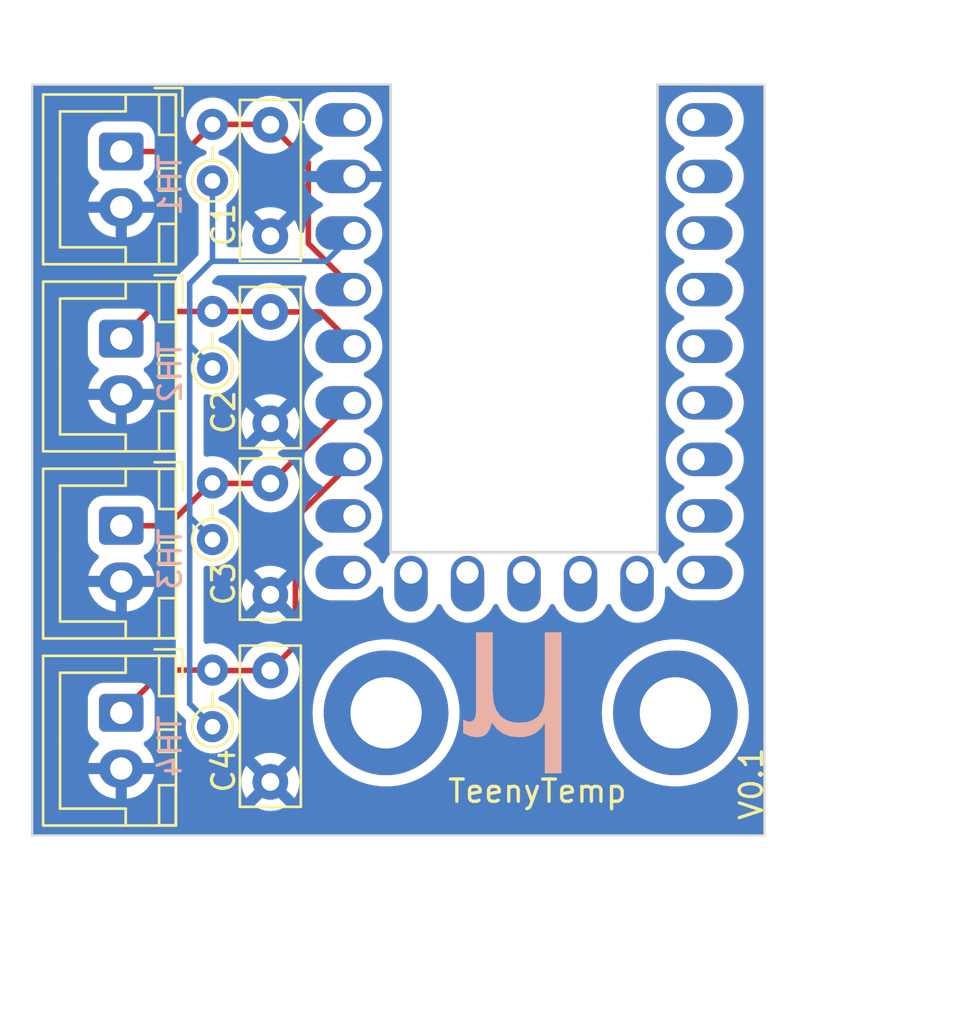
<source format=kicad_pcb>
(kicad_pcb (version 20240108) (generator "pcbnew") (generator_version "8.0")
  (layers (0 "F.Cu" signal) (31 "B.Cu" signal) (34 "B.Paste" user) (35 "F.Paste" user) (36 "B.SilkS" user "B.Silkscreen") (37 "F.SilkS" user "F.Silkscreen") (38 "B.Mask" user) (39 "F.Mask" user) (44 "Edge.Cuts" user))
  (net 0 "")
  (net 1 "/Thermistor0")
  (net 2 "GND1")
  (net 3 "/Thermistor2")
  (net 4 "/Thermistor1")
  (net 5 "/Thermistor3")
  (net 6 "/3.3v")
  (net 11 "Net-(J1-Pin_8)")
  (net 12 "Net-(J1-Pin_10)")
  (net 13 "Net-(J1-Pin_12)")
  (net 19 "Net-(J1-Pin_4)")
  (net 20 "Net-(J1-Pin_6)")
  (net 21 "Net-(J1-Pin_2)")
  (net 22 "Net-(J1-Pin_16)")
  (net 23 "Net-(J1-Pin_14)")
  (footprint "Capacitor_THT:C_Disc_D7.0mm_W2.5mm_P5.00mm" (layer "F.Cu") (at 32.7 44.8 -90)
    (property "Reference" "C4" (at 4.5 2.1 90) (layer "F.SilkS"))
    (property "Value" "0.1uF")
    (fp_line (start -1.12 1.37) (end 6.12 1.37) (stroke (width 0.12)) (layer "F.SilkS"))
    (fp_line (start -1.12 -1.37) (end -1.12 1.37) (stroke (width 0.12)) (layer "F.SilkS"))
    (fp_line (start -1.12 -1.37) (end 6.12 -1.37) (stroke (width 0.12)) (layer "F.SilkS"))
    (fp_line (start 6.12 -1.37) (end 6.12 1.37) (stroke (width 0.12)) (layer "F.SilkS"))
    (pad "1" thru_hole circle (at 0 0 270) (size 1.6 1.6) (drill 0.8) (layers "*.Cu" "*.Mask") (net 5 "/Thermistor3"))
    (pad "2" thru_hole circle (at 5 0 270) (size 1.6 1.6) (drill 0.8) (layers "*.Cu" "*.Mask") (net 2 "GND1"))
  )
  (footprint "mcu:rp2040-zero-tht" (layer "F.Cu") (at 44.1 30.24)
    (property "Reference" "U1" (hide yes))
    (property "Value" "rp2040-zero" (hide yes))
    (fp_line (start -6 -11.75) (end -6 9.25) (stroke (width 0.12)) (layer "Edge.Cuts"))
    (fp_line (start -6 9.25) (end 6 9.25) (stroke (width 0.12)) (layer "Edge.Cuts"))
    (fp_line (start 6 9.25) (end 6 -11.75) (stroke (width 0.12)) (layer "Edge.Cuts"))
    (pad "1" thru_hole oval (at 7.62 -10.16 180) (size 2.5 1.5) (drill 1 (offset -0.5 0)) (layers "*.Cu" "*.Mask"))
    (pad "2" thru_hole oval (at 7.62 -7.62 180) (size 2.5 1.5) (drill 1 (offset -0.5 0)) (layers "*.Cu" "*.Mask"))
    (pad "3" thru_hole oval (at 7.62 -5.08 180) (size 2.5 1.5) (drill 1 (offset -0.5 0)) (layers "*.Cu" "*.Mask"))
    (pad "4" thru_hole oval (at 7.62 -2.54 180) (size 2.5 1.5) (drill 1 (offset -0.5 0)) (layers "*.Cu" "*.Mask"))
    (pad "5" thru_hole oval (at 7.62 0 180) (size 2.5 1.5) (drill 1 (offset -0.5 0)) (layers "*.Cu" "*.Mask"))
    (pad "6" thru_hole oval (at 7.62 2.54 180) (size 2.5 1.5) (drill 1 (offset -0.5 0)) (layers "*.Cu" "*.Mask") (net 22 "Net-(J1-Pin_16)"))
    (pad "7" thru_hole oval (at 7.62 5.08 180) (size 2.5 1.5) (drill 1 (offset -0.5 0)) (layers "*.Cu" "*.Mask") (net 23 "Net-(J1-Pin_14)"))
    (pad "8" thru_hole oval (at 7.62 7.62 180) (size 2.5 1.5) (drill 1 (offset -0.5 0)) (layers "*.Cu" "*.Mask") (net 13 "Net-(J1-Pin_12)"))
    (pad "9" thru_hole oval (at 7.62 10.16 180) (size 2.5 1.5) (drill 1 (offset -0.5 0)) (layers "*.Cu" "*.Mask") (net 12 "Net-(J1-Pin_10)"))
    (pad "10" thru_hole oval (at 5.08 10.16 90) (size 2.5 1.5) (drill 1 (offset -0.5 0)) (layers "*.Cu" "*.Mask") (net 11 "Net-(J1-Pin_8)"))
    (pad "11" thru_hole oval (at 2.54 10.16 90) (size 2.5 1.5) (drill 1 (offset -0.5 0)) (layers "*.Cu" "*.Mask") (net 20 "Net-(J1-Pin_6)"))
    (pad "12" thru_hole oval (at 0 10.16 90) (size 2.5 1.5) (drill 1 (offset -0.5 0)) (layers "*.Cu" "*.Mask") (net 19 "Net-(J1-Pin_4)"))
    (pad "13" thru_hole oval (at -2.54 10.16 90) (size 2.5 1.5) (drill 1 (offset -0.5 0)) (layers "*.Cu" "*.Mask") (net 21 "Net-(J1-Pin_2)"))
    (pad "14" thru_hole oval (at -5.08 10.16 90) (size 2.5 1.5) (drill 1 (offset -0.5 0)) (layers "*.Cu" "*.Mask"))
    (pad "15" thru_hole oval (at -7.62 10.16) (size 2.5 1.5) (drill 1 (offset -0.5 0)) (layers "*.Cu" "*.Mask"))
    (pad "16" thru_hole oval (at -7.62 7.62) (size 2.5 1.5) (drill 1 (offset -0.5 0)) (layers "*.Cu" "*.Mask"))
    (pad "17" thru_hole oval (at -7.62 5.08) (size 2.5 1.5) (drill 1 (offset -0.5 0)) (layers "*.Cu" "*.Mask") (net 5 "/Thermistor3"))
    (pad "18" thru_hole oval (at -7.62 2.54) (size 2.5 1.5) (drill 1 (offset -0.5 0)) (layers "*.Cu" "*.Mask") (net 3 "/Thermistor2"))
    (pad "19" thru_hole oval (at -7.62 0) (size 2.5 1.5) (drill 1 (offset -0.5 0)) (layers "*.Cu" "*.Mask") (net 4 "/Thermistor1"))
    (pad "20" thru_hole oval (at -7.62 -2.54) (size 2.5 1.5) (drill 1 (offset -0.5 0)) (layers "*.Cu" "*.Mask") (net 1 "/Thermistor0"))
    (pad "21" thru_hole oval (at -7.62 -5.08) (size 2.5 1.5) (drill 1 (offset -0.5 0)) (layers "*.Cu" "*.Mask") (net 6 "/3.3v"))
    (pad "22" thru_hole oval (at -7.62 -7.62) (size 2.5 1.5) (drill 1 (offset -0.5 0)) (layers "*.Cu" "*.Mask") (net 2 "GND1"))
    (pad "23" thru_hole oval (at -7.62 -10.16) (size 2.5 1.5) (drill 1 (offset -0.5 0)) (layers "*.Cu" "*.Mask"))
  )
  (footprint "Resistor_THT:R_Axial_DIN0204_L3.6mm_D1.6mm_P2.54mm_Vertical" (layer "F.Cu") (at 30.1 22.82 90)
    (property "Reference" "T1R1" (hide yes))
    (property "Value" "4.7k")
    (fp_line (start 0.92 0) (end 1.54 0) (stroke (width 0.12)) (layer "F.SilkS"))
    (fp_circle (center 0 0) (end 0.92 0) (stroke (width 0.12)) (fill none) (layer "F.SilkS"))
    (pad "1" thru_hole circle (at 0 0 90) (size 1.4 1.4) (drill 0.7) (layers "*.Cu" "*.Mask") (net 6 "/3.3v"))
    (pad "2" thru_hole oval (at 2.54 0 90) (size 1.4 1.4) (drill 0.7) (layers "*.Cu" "*.Mask") (net 1 "/Thermistor0"))
  )
  (footprint "Connector_JST:JST_XH_B2B-XH-A_1x02_P2.50mm_Vertical" (layer "F.Cu") (at 26 38.3 -90)
    (property "Reference" "TH3" (at 1.5 -2.2 90) (layer "B.SilkS") (effects (justify mirror)))
    (property "Value" "Thermistor_NTC_100k")
    (fp_line (start -2.56 3.51) (end 5.06 3.51) (stroke (width 0.12)) (layer "F.SilkS"))
    (fp_line (start 5.06 3.51) (end 5.06 -2.46) (stroke (width 0.12)) (layer "F.SilkS"))
    (fp_line (start -1.8 2.75) (end 1.25 2.75) (stroke (width 0.12)) (layer "F.SilkS"))
    (fp_line (start 4.3 2.75) (end 1.25 2.75) (stroke (width 0.12)) (layer "F.SilkS"))
    (fp_line (start -2.55 -0.2) (end -1.8 -0.2) (stroke (width 0.12)) (layer "F.SilkS"))
    (fp_line (start -1.8 -0.2) (end -1.8 2.75) (stroke (width 0.12)) (layer "F.SilkS"))
    (fp_line (start 4.3 -0.2) (end 4.3 2.75) (stroke (width 0.12)) (layer "F.SilkS"))
    (fp_line (start 5.05 -0.2) (end 4.3 -0.2) (stroke (width 0.12)) (layer "F.SilkS"))
    (fp_line (start -2.55 -1.7) (end -0.75 -1.7) (stroke (width 0.12)) (layer "F.SilkS"))
    (fp_line (start -0.75 -1.7) (end -0.75 -2.45) (stroke (width 0.12)) (layer "F.SilkS"))
    (fp_line (start 0.75 -1.7) (end 1.75 -1.7) (stroke (width 0.12)) (layer "F.SilkS"))
    (fp_line (start 1.75 -1.7) (end 1.75 -2.45) (stroke (width 0.12)) (layer "F.SilkS"))
    (fp_line (start 3.25 -1.7) (end 5.05 -1.7) (stroke (width 0.12)) (layer "F.SilkS"))
    (fp_line (start 5.05 -1.7) (end 5.05 -2.45) (stroke (width 0.12)) (layer "F.SilkS"))
    (fp_line (start -2.55 -2.45) (end -2.55 -1.7) (stroke (width 0.12)) (layer "F.SilkS"))
    (fp_line (start -0.75 -2.45) (end -2.55 -2.45) (stroke (width 0.12)) (layer "F.SilkS"))
    (fp_line (start 0.75 -2.45) (end 0.75 -1.7) (stroke (width 0.12)) (layer "F.SilkS"))
    (fp_line (start 1.75 -2.45) (end 0.75 -2.45) (stroke (width 0.12)) (layer "F.SilkS"))
    (fp_line (start 3.25 -2.45) (end 3.25 -1.7) (stroke (width 0.12)) (layer "F.SilkS"))
    (fp_line (start 5.05 -2.45) (end 3.25 -2.45) (stroke (width 0.12)) (layer "F.SilkS"))
    (fp_line (start -2.56 -2.46) (end -2.56 3.51) (stroke (width 0.12)) (layer "F.SilkS"))
    (fp_line (start 5.06 -2.46) (end -2.56 -2.46) (stroke (width 0.12)) (layer "F.SilkS"))
    (fp_line (start -2.85 -2.75) (end -2.85 -1.5) (stroke (width 0.12)) (layer "F.SilkS"))
    (fp_line (start -1.6 -2.75) (end -2.85 -2.75) (stroke (width 0.12)) (layer "F.SilkS"))
    (pad "1" thru_hole roundrect (at 0 0 270) (size 1.7 2) (drill 1) (layers "*.Cu" "*.Mask") (roundrect_rratio 0.1470588235) (net 3 "/Thermistor2"))
    (pad "2" thru_hole oval (at 2.5 0 270) (size 1.7 2) (drill 1) (layers "*.Cu" "*.Mask") (net 2 "GND1"))
  )
  (footprint "Resistor_THT:R_Axial_DIN0204_L3.6mm_D1.6mm_P2.54mm_Vertical" (layer "F.Cu") (at 30.1 31.22 90)
    (property "Reference" "T1R3" (hide yes))
    (property "Value" "4.7k")
    (fp_line (start 0.92 0) (end 1.54 0) (stroke (width 0.12)) (layer "F.SilkS"))
    (fp_circle (center 0 0) (end 0.92 0) (stroke (width 0.12)) (fill none) (layer "F.SilkS"))
    (pad "1" thru_hole circle (at 0 0 90) (size 1.4 1.4) (drill 0.7) (layers "*.Cu" "*.Mask") (net 6 "/3.3v"))
    (pad "2" thru_hole oval (at 2.54 0 90) (size 1.4 1.4) (drill 0.7) (layers "*.Cu" "*.Mask") (net 4 "/Thermistor1"))
  )
  (footprint "Capacitor_THT:C_Disc_D7.0mm_W2.5mm_P5.00mm" (layer "F.Cu") (at 32.7 20.3 -90)
    (property "Reference" "C1" (at 4.5 2.1 90) (layer "F.SilkS"))
    (property "Value" "0.1uF")
    (fp_line (start -1.12 1.37) (end 6.12 1.37) (stroke (width 0.12)) (layer "F.SilkS"))
    (fp_line (start -1.12 -1.37) (end -1.12 1.37) (stroke (width 0.12)) (layer "F.SilkS"))
    (fp_line (start -1.12 -1.37) (end 6.12 -1.37) (stroke (width 0.12)) (layer "F.SilkS"))
    (fp_line (start 6.12 -1.37) (end 6.12 1.37) (stroke (width 0.12)) (layer "F.SilkS"))
    (pad "1" thru_hole circle (at 0 0 270) (size 1.6 1.6) (drill 0.8) (layers "*.Cu" "*.Mask") (net 1 "/Thermistor0"))
    (pad "2" thru_hole circle (at 5 0 270) (size 1.6 1.6) (drill 0.8) (layers "*.Cu" "*.Mask") (net 2 "GND1"))
  )
  (footprint "Capacitor_THT:C_Disc_D7.0mm_W2.5mm_P5.00mm" (layer "F.Cu") (at 32.7 28.7 -90)
    (property "Reference" "C2" (at 4.5 2.1 90) (layer "F.SilkS"))
    (property "Value" "0.1uF")
    (fp_line (start -1.12 1.37) (end 6.12 1.37) (stroke (width 0.12)) (layer "F.SilkS"))
    (fp_line (start -1.12 -1.37) (end -1.12 1.37) (stroke (width 0.12)) (layer "F.SilkS"))
    (fp_line (start -1.12 -1.37) (end 6.12 -1.37) (stroke (width 0.12)) (layer "F.SilkS"))
    (fp_line (start 6.12 -1.37) (end 6.12 1.37) (stroke (width 0.12)) (layer "F.SilkS"))
    (pad "1" thru_hole circle (at 0 0 270) (size 1.6 1.6) (drill 0.8) (layers "*.Cu" "*.Mask") (net 4 "/Thermistor1"))
    (pad "2" thru_hole circle (at 5 0 270) (size 1.6 1.6) (drill 0.8) (layers "*.Cu" "*.Mask") (net 2 "GND1"))
  )
  (footprint "Resistor_THT:R_Axial_DIN0204_L3.6mm_D1.6mm_P2.54mm_Vertical" (layer "F.Cu") (at 30.1 47.32 90)
    (property "Reference" "T1R4" (hide yes))
    (property "Value" "4.7k")
    (fp_line (start 0.92 0) (end 1.54 0) (stroke (width 0.12)) (layer "F.SilkS"))
    (fp_circle (center 0 0) (end 0.92 0) (stroke (width 0.12)) (fill none) (layer "F.SilkS"))
    (pad "1" thru_hole circle (at 0 0 90) (size 1.4 1.4) (drill 0.7) (layers "*.Cu" "*.Mask") (net 6 "/3.3v"))
    (pad "2" thru_hole oval (at 2.54 0 90) (size 1.4 1.4) (drill 0.7) (layers "*.Cu" "*.Mask") (net 5 "/Thermistor3"))
  )
  (footprint "MountingHole:MountingHole_3.2mm_M3_DIN965_Pad" (layer "F.Cu") (at 37.9 46.7 90)
    (property "Reference" "H2" (hide yes))
    (property "Value" "MountingHole")
    (pad "1" thru_hole circle (at 0 0 90) (size 5.6 5.6) (drill 3.2) (layers "*.Cu" "*.Mask"))
  )
  (footprint "Connector_JST:JST_XH_B2B-XH-A_1x02_P2.50mm_Vertical" (layer "F.Cu") (at 26 21.5 -90)
    (property "Reference" "TH1" (at 1.5 -2.2 90) (layer "B.SilkS") (effects (justify mirror)))
    (property "Value" "Thermistor_NTC_100k")
    (fp_line (start -2.56 3.51) (end 5.06 3.51) (stroke (width 0.12)) (layer "F.SilkS"))
    (fp_line (start 5.06 3.51) (end 5.06 -2.46) (stroke (width 0.12)) (layer "F.SilkS"))
    (fp_line (start -1.8 2.75) (end 1.25 2.75) (stroke (width 0.12)) (layer "F.SilkS"))
    (fp_line (start 4.3 2.75) (end 1.25 2.75) (stroke (width 0.12)) (layer "F.SilkS"))
    (fp_line (start -2.55 -0.2) (end -1.8 -0.2) (stroke (width 0.12)) (layer "F.SilkS"))
    (fp_line (start -1.8 -0.2) (end -1.8 2.75) (stroke (width 0.12)) (layer "F.SilkS"))
    (fp_line (start 4.3 -0.2) (end 4.3 2.75) (stroke (width 0.12)) (layer "F.SilkS"))
    (fp_line (start 5.05 -0.2) (end 4.3 -0.2) (stroke (width 0.12)) (layer "F.SilkS"))
    (fp_line (start -2.55 -1.7) (end -0.75 -1.7) (stroke (width 0.12)) (layer "F.SilkS"))
    (fp_line (start -0.75 -1.7) (end -0.75 -2.45) (stroke (width 0.12)) (layer "F.SilkS"))
    (fp_line (start 0.75 -1.7) (end 1.75 -1.7) (stroke (width 0.12)) (layer "F.SilkS"))
    (fp_line (start 1.75 -1.7) (end 1.75 -2.45) (stroke (width 0.12)) (layer "F.SilkS"))
    (fp_line (start 3.25 -1.7) (end 5.05 -1.7) (stroke (width 0.12)) (layer "F.SilkS"))
    (fp_line (start 5.05 -1.7) (end 5.05 -2.45) (stroke (width 0.12)) (layer "F.SilkS"))
    (fp_line (start -2.55 -2.45) (end -2.55 -1.7) (stroke (width 0.12)) (layer "F.SilkS"))
    (fp_line (start -0.75 -2.45) (end -2.55 -2.45) (stroke (width 0.12)) (layer "F.SilkS"))
    (fp_line (start 0.75 -2.45) (end 0.75 -1.7) (stroke (width 0.12)) (layer "F.SilkS"))
    (fp_line (start 1.75 -2.45) (end 0.75 -2.45) (stroke (width 0.12)) (layer "F.SilkS"))
    (fp_line (start 3.25 -2.45) (end 3.25 -1.7) (stroke (width 0.12)) (layer "F.SilkS"))
    (fp_line (start 5.05 -2.45) (end 3.25 -2.45) (stroke (width 0.12)) (layer "F.SilkS"))
    (fp_line (start -2.56 -2.46) (end -2.56 3.51) (stroke (width 0.12)) (layer "F.SilkS"))
    (fp_line (start 5.06 -2.46) (end -2.56 -2.46) (stroke (width 0.12)) (layer "F.SilkS"))
    (fp_line (start -2.85 -2.75) (end -2.85 -1.5) (stroke (width 0.12)) (layer "F.SilkS"))
    (fp_line (start -1.6 -2.75) (end -2.85 -2.75) (stroke (width 0.12)) (layer "F.SilkS"))
    (pad "1" thru_hole roundrect (at 0 0 270) (size 1.7 2) (drill 1) (layers "*.Cu" "*.Mask") (roundrect_rratio 0.1470588235) (net 1 "/Thermistor0"))
    (pad "2" thru_hole oval (at 2.5 0 270) (size 1.7 2) (drill 1) (layers "*.Cu" "*.Mask") (net 2 "GND1"))
  )
  (footprint "Capacitor_THT:C_Disc_D7.0mm_W2.5mm_P5.00mm" (layer "F.Cu") (at 32.7 36.4 -90)
    (property "Reference" "C3" (at 4.5 2.1 90) (layer "F.SilkS"))
    (property "Value" "0.1uF")
    (fp_line (start -1.12 1.37) (end 6.12 1.37) (stroke (width 0.12)) (layer "F.SilkS"))
    (fp_line (start -1.12 -1.37) (end -1.12 1.37) (stroke (width 0.12)) (layer "F.SilkS"))
    (fp_line (start -1.12 -1.37) (end 6.12 -1.37) (stroke (width 0.12)) (layer "F.SilkS"))
    (fp_line (start 6.12 -1.37) (end 6.12 1.37) (stroke (width 0.12)) (layer "F.SilkS"))
    (pad "1" thru_hole circle (at 0 0 270) (size 1.6 1.6) (drill 0.8) (layers "*.Cu" "*.Mask") (net 3 "/Thermistor2"))
    (pad "2" thru_hole circle (at 5 0 270) (size 1.6 1.6) (drill 0.8) (layers "*.Cu" "*.Mask") (net 2 "GND1"))
  )
  (footprint "Resistor_THT:R_Axial_DIN0204_L3.6mm_D1.6mm_P2.54mm_Vertical" (layer "F.Cu") (at 30.1 38.92 90)
    (property "Reference" "T1R2" (hide yes))
    (property "Value" "4.7k")
    (fp_line (start 0.92 0) (end 1.54 0) (stroke (width 0.12)) (layer "F.SilkS"))
    (fp_circle (center 0 0) (end 0.92 0) (stroke (width 0.12)) (fill none) (layer "F.SilkS"))
    (pad "1" thru_hole circle (at 0 0 90) (size 1.4 1.4) (drill 0.7) (layers "*.Cu" "*.Mask") (net 6 "/3.3v"))
    (pad "2" thru_hole oval (at 2.54 0 90) (size 1.4 1.4) (drill 0.7) (layers "*.Cu" "*.Mask") (net 3 "/Thermistor2"))
  )
  (footprint "Connector_JST:JST_XH_B2B-XH-A_1x02_P2.50mm_Vertical" (layer "F.Cu") (at 26 46.7 -90)
    (property "Reference" "TH4" (at 1.5 -2.2 90) (layer "B.SilkS") (effects (justify mirror)))
    (property "Value" "Thermistor_NTC_100k")
    (fp_line (start -2.56 3.51) (end 5.06 3.51) (stroke (width 0.12)) (layer "F.SilkS"))
    (fp_line (start 5.06 3.51) (end 5.06 -2.46) (stroke (width 0.12)) (layer "F.SilkS"))
    (fp_line (start -1.8 2.75) (end 1.25 2.75) (stroke (width 0.12)) (layer "F.SilkS"))
    (fp_line (start 4.3 2.75) (end 1.25 2.75) (stroke (width 0.12)) (layer "F.SilkS"))
    (fp_line (start -2.55 -0.2) (end -1.8 -0.2) (stroke (width 0.12)) (layer "F.SilkS"))
    (fp_line (start -1.8 -0.2) (end -1.8 2.75) (stroke (width 0.12)) (layer "F.SilkS"))
    (fp_line (start 4.3 -0.2) (end 4.3 2.75) (stroke (width 0.12)) (layer "F.SilkS"))
    (fp_line (start 5.05 -0.2) (end 4.3 -0.2) (stroke (width 0.12)) (layer "F.SilkS"))
    (fp_line (start -2.55 -1.7) (end -0.75 -1.7) (stroke (width 0.12)) (layer "F.SilkS"))
    (fp_line (start -0.75 -1.7) (end -0.75 -2.45) (stroke (width 0.12)) (layer "F.SilkS"))
    (fp_line (start 0.75 -1.7) (end 1.75 -1.7) (stroke (width 0.12)) (layer "F.SilkS"))
    (fp_line (start 1.75 -1.7) (end 1.75 -2.45) (stroke (width 0.12)) (layer "F.SilkS"))
    (fp_line (start 3.25 -1.7) (end 5.05 -1.7) (stroke (width 0.12)) (layer "F.SilkS"))
    (fp_line (start 5.05 -1.7) (end 5.05 -2.45) (stroke (width 0.12)) (layer "F.SilkS"))
    (fp_line (start -2.55 -2.45) (end -2.55 -1.7) (stroke (width 0.12)) (layer "F.SilkS"))
    (fp_line (start -0.75 -2.45) (end -2.55 -2.45) (stroke (width 0.12)) (layer "F.SilkS"))
    (fp_line (start 0.75 -2.45) (end 0.75 -1.7) (stroke (width 0.12)) (layer "F.SilkS"))
    (fp_line (start 1.75 -2.45) (end 0.75 -2.45) (stroke (width 0.12)) (layer "F.SilkS"))
    (fp_line (start 3.25 -2.45) (end 3.25 -1.7) (stroke (width 0.12)) (layer "F.SilkS"))
    (fp_line (start 5.05 -2.45) (end 3.25 -2.45) (stroke (width 0.12)) (layer "F.SilkS"))
    (fp_line (start -2.56 -2.46) (end -2.56 3.51) (stroke (width 0.12)) (layer "F.SilkS"))
    (fp_line (start 5.06 -2.46) (end -2.56 -2.46) (stroke (width 0.12)) (layer "F.SilkS"))
    (fp_line (start -2.85 -2.75) (end -2.85 -1.5) (stroke (width 0.12)) (layer "F.SilkS"))
    (fp_line (start -1.6 -2.75) (end -2.85 -2.75) (stroke (width 0.12)) (layer "F.SilkS"))
    (pad "1" thru_hole roundrect (at 0 0 270) (size 1.7 2) (drill 1) (layers "*.Cu" "*.Mask") (roundrect_rratio 0.1470588235) (net 5 "/Thermistor3"))
    (pad "2" thru_hole oval (at 2.5 0 270) (size 1.7 2) (drill 1) (layers "*.Cu" "*.Mask") (net 2 "GND1"))
  )
  (footprint "Connector_JST:JST_XH_B2B-XH-A_1x02_P2.50mm_Vertical" (layer "F.Cu") (at 26 29.9 -90)
    (property "Reference" "TH2" (at 1.5 -2.2 90) (layer "B.SilkS") (effects (justify mirror)))
    (property "Value" "Thermistor_NTC_100k")
    (fp_line (start -2.56 3.51) (end 5.06 3.51) (stroke (width 0.12)) (layer "F.SilkS"))
    (fp_line (start 5.06 3.51) (end 5.06 -2.46) (stroke (width 0.12)) (layer "F.SilkS"))
    (fp_line (start -1.8 2.75) (end 1.25 2.75) (stroke (width 0.12)) (layer "F.SilkS"))
    (fp_line (start 4.3 2.75) (end 1.25 2.75) (stroke (width 0.12)) (layer "F.SilkS"))
    (fp_line (start -2.55 -0.2) (end -1.8 -0.2) (stroke (width 0.12)) (layer "F.SilkS"))
    (fp_line (start -1.8 -0.2) (end -1.8 2.75) (stroke (width 0.12)) (layer "F.SilkS"))
    (fp_line (start 4.3 -0.2) (end 4.3 2.75) (stroke (width 0.12)) (layer "F.SilkS"))
    (fp_line (start 5.05 -0.2) (end 4.3 -0.2) (stroke (width 0.12)) (layer "F.SilkS"))
    (fp_line (start -2.55 -1.7) (end -0.75 -1.7) (stroke (width 0.12)) (layer "F.SilkS"))
    (fp_line (start -0.75 -1.7) (end -0.75 -2.45) (stroke (width 0.12)) (layer "F.SilkS"))
    (fp_line (start 0.75 -1.7) (end 1.75 -1.7) (stroke (width 0.12)) (layer "F.SilkS"))
    (fp_line (start 1.75 -1.7) (end 1.75 -2.45) (stroke (width 0.12)) (layer "F.SilkS"))
    (fp_line (start 3.25 -1.7) (end 5.05 -1.7) (stroke (width 0.12)) (layer "F.SilkS"))
    (fp_line (start 5.05 -1.7) (end 5.05 -2.45) (stroke (width 0.12)) (layer "F.SilkS"))
    (fp_line (start -2.55 -2.45) (end -2.55 -1.7) (stroke (width 0.12)) (layer "F.SilkS"))
    (fp_line (start -0.75 -2.45) (end -2.55 -2.45) (stroke (width 0.12)) (layer "F.SilkS"))
    (fp_line (start 0.75 -2.45) (end 0.75 -1.7) (stroke (width 0.12)) (layer "F.SilkS"))
    (fp_line (start 1.75 -2.45) (end 0.75 -2.45) (stroke (width 0.12)) (layer "F.SilkS"))
    (fp_line (start 3.25 -2.45) (end 3.25 -1.7) (stroke (width 0.12)) (layer "F.SilkS"))
    (fp_line (start 5.05 -2.45) (end 3.25 -2.45) (stroke (width 0.12)) (layer "F.SilkS"))
    (fp_line (start -2.56 -2.46) (end -2.56 3.51) (stroke (width 0.12)) (layer "F.SilkS"))
    (fp_line (start 5.06 -2.46) (end -2.56 -2.46) (stroke (width 0.12)) (layer "F.SilkS"))
    (fp_line (start -2.85 -2.75) (end -2.85 -1.5) (stroke (width 0.12)) (layer "F.SilkS"))
    (fp_line (start -1.6 -2.75) (end -2.85 -2.75) (stroke (width 0.12)) (layer "F.SilkS"))
    (pad "1" thru_hole roundrect (at 0 0 270) (size 1.7 2) (drill 1) (layers "*.Cu" "*.Mask") (roundrect_rratio 0.1470588235) (net 4 "/Thermistor1"))
    (pad "2" thru_hole oval (at 2.5 0 270) (size 1.7 2) (drill 1) (layers "*.Cu" "*.Mask") (net 2 "GND1"))
  )
  (footprint "MountingHole:MountingHole_3.2mm_M3_DIN965_Pad" (layer "F.Cu") (at 50.9 46.7 90)
    (property "Reference" "H1" (hide yes))
    (property "Value" "MountingHole")
    (pad "1" thru_hole circle (at 0 0 90) (size 5.6 5.6) (drill 3.2) (layers "*.Cu" "*.Mask"))
  )
  (gr_line (start 22 52.2) (end 22 51.6) (stroke (width 0.1)) (layer "Edge.Cuts"))
  (gr_line (start 22 18.5) (end 22 51.6) (stroke (width 0.1)) (layer "Edge.Cuts"))
  (gr_line (start 22 52.2) (end 54.9 52.2) (stroke (width 0.1)) (layer "Edge.Cuts"))
  (gr_line (start 22 18.5) (end 38.1 18.49) (stroke (width 0.1)) (layer "Edge.Cuts"))
  (gr_line (start 54.9 52.2) (end 54.9 51.6) (stroke (width 0.1)) (layer "Edge.Cuts"))
  (gr_line (start 54.9 51.6) (end 54.9 18.5) (stroke (width 0.1)) (layer "Edge.Cuts"))
  (gr_line (start 54.9 18.5) (end 50.1 18.49) (stroke (width 0.1)) (layer "Edge.Cuts"))
  (gr_text "µ" (at 46.5 48.7 0) (layer "B.SilkS") (effects (font (size 6 6)) (justify left bottom mirror)))
  (gr_text "TeenyTemp" (at 40.6 50.8 0) (layer "F.SilkS") (effects (font (size 1 1)) (justify left bottom)))
  (gr_text "V0.1" (at 54.9 51.6 90) (layer "F.SilkS") (effects (font (size 1 1)) (justify left bottom)))
  (segment (start 30.1 20.28) (end 32.68 20.28) (width 0.25) (layer "F.Cu") (net 1))
  (segment (start 34.405 25.625) (end 36.48 27.7) (width 0.25) (layer "F.Cu") (net 1))
  (segment (start 34.405 22.005) (end 34.405 25.625) (width 0.25) (layer "F.Cu") (net 1))
  (segment (start 32.7 20.3) (end 34.405 22.005) (width 0.25) (layer "F.Cu") (net 1))
  (segment (start 28.88 21.5) (end 30.1 20.28) (width 0.25) (layer "F.Cu") (net 1))
  (segment (start 32.68 20.28) (end 32.7 20.3) (width 0.25) (layer "F.Cu") (net 1))
  (segment (start 26 21.5) (end 28.88 21.5) (width 0.25) (layer "F.Cu") (net 1))
  (segment (start 30.02 36.38) (end 28.1 38.3) (width 0.25) (layer "F.Cu") (net 3))
  (segment (start 28.1 38.3) (end 26 38.3) (width 0.25) (layer "F.Cu") (net 3))
  (segment (start 30.18 36.38) (end 30.2 36.4) (width 0.25) (layer "F.Cu") (net 3))
  (segment (start 30.1 36.38) (end 30.02 36.38) (width 0.25) (layer "F.Cu") (net 3))
  (segment (start 32.68 36.38) (end 32.7 36.4) (width 0.25) (layer "F.Cu") (net 3))
  (segment (start 36.32 32.78) (end 36.48 32.78) (width 0.25) (layer "F.Cu") (net 3))
  (segment (start 30.2 36.4) (end 32.7 36.4) (width 0.25) (layer "F.Cu") (net 3))
  (segment (start 32.7 36.4) (end 36.32 32.78) (width 0.25) (layer "F.Cu") (net 3))
  (segment (start 30.1 36.38) (end 30.18 36.38) (width 0.25) (layer "F.Cu") (net 3))
  (segment (start 34.94 28.7) (end 36.48 30.24) (width 0.25) (layer "F.Cu") (net 4))
  (segment (start 30.1 28.68) (end 27.22 28.68) (width 0.25) (layer "F.Cu") (net 4))
  (segment (start 30.1 28.68) (end 32.68 28.68) (width 0.25) (layer "F.Cu") (net 4))
  (segment (start 32.7 28.7) (end 34.94 28.7) (width 0.25) (layer "F.Cu") (net 4))
  (segment (start 32.68 28.68) (end 32.7 28.7) (width 0.25) (layer "F.Cu") (net 4))
  (segment (start 27.22 28.68) (end 26 29.9) (width 0.25) (layer "F.Cu") (net 4))
  (segment (start 33.825 43.675) (end 33.825 37.975) (width 0.25) (layer "F.Cu") (net 5))
  (segment (start 32.7 44.8) (end 33.825 43.675) (width 0.25) (layer "F.Cu") (net 5))
  (segment (start 30.1 44.78) (end 27.92 44.78) (width 0.25) (layer "F.Cu") (net 5))
  (segment (start 27.92 44.78) (end 26 46.7) (width 0.25) (layer "F.Cu") (net 5))
  (segment (start 33.825 37.975) (end 36.48 35.32) (width 0.25) (layer "F.Cu") (net 5))
  (segment (start 30.12 44.8) (end 30.1 44.78) (width 0.25) (layer "F.Cu") (net 5))
  (segment (start 32.7 44.8) (end 30.12 44.8) (width 0.25) (layer "F.Cu") (net 5))
  (segment (start 29.075 30.195) (end 30.1 31.22) (width 0.25) (layer "B.Cu") (net 6))
  (segment (start 29.075 37.895) (end 30.1 38.92) (width 0.25) (layer "B.Cu") (net 6))
  (segment (start 29.075 30.195) (end 29.075 37.895) (width 0.25) (layer "B.Cu") (net 6))
  (segment (start 30.1 26.4) (end 29.075 27.425) (width 0.25) (layer "B.Cu") (net 6))
  (segment (start 29.075 27.425) (end 29.075 30.195) (width 0.25) (layer "B.Cu") (net 6))
  (segment (start 30.1 26.4) (end 30.1 22.82) (width 0.25) (layer "B.Cu") (net 6))
  (segment (start 30.125 26.425) (end 30.1 26.4) (width 0.25) (layer "B.Cu") (net 6))
  (segment (start 35.215 26.425) (end 30.125 26.425) (width 0.25) (layer "B.Cu") (net 6))
  (segment (start 29.075 46.295) (end 30.1 47.32) (width 0.25) (layer "B.Cu") (net 6))
  (segment (start 36.48 25.16) (end 35.215 26.425) (width 0.25) (layer "B.Cu") (net 6))
  (segment (start 29.075 37.895) (end 29.075 46.295) (width 0.25) (layer "B.Cu") (net 6))
  (segment (start 51.72 40.4) (end 51.72 40.8) (width 0.25) (layer "F.Cu") (net 12))
  (segment (start 51.72 32.78) (end 53.18 32.78) (width 0.25) (layer "F.Cu") (net 22))
  (zone (net 2) (net_name "GND1") (layer "B.Cu") (connect_pads (clearance 0.5)) (min_thickness 0.25) (fill yes (thermal_gap 0.5) (thermal_bridge_width 0.5))
    (polygon (pts (xy 22 18.5) (xy 22 52.2) (xy 54.9 52.2) (xy 55 18.5)))
  )
)
</source>
